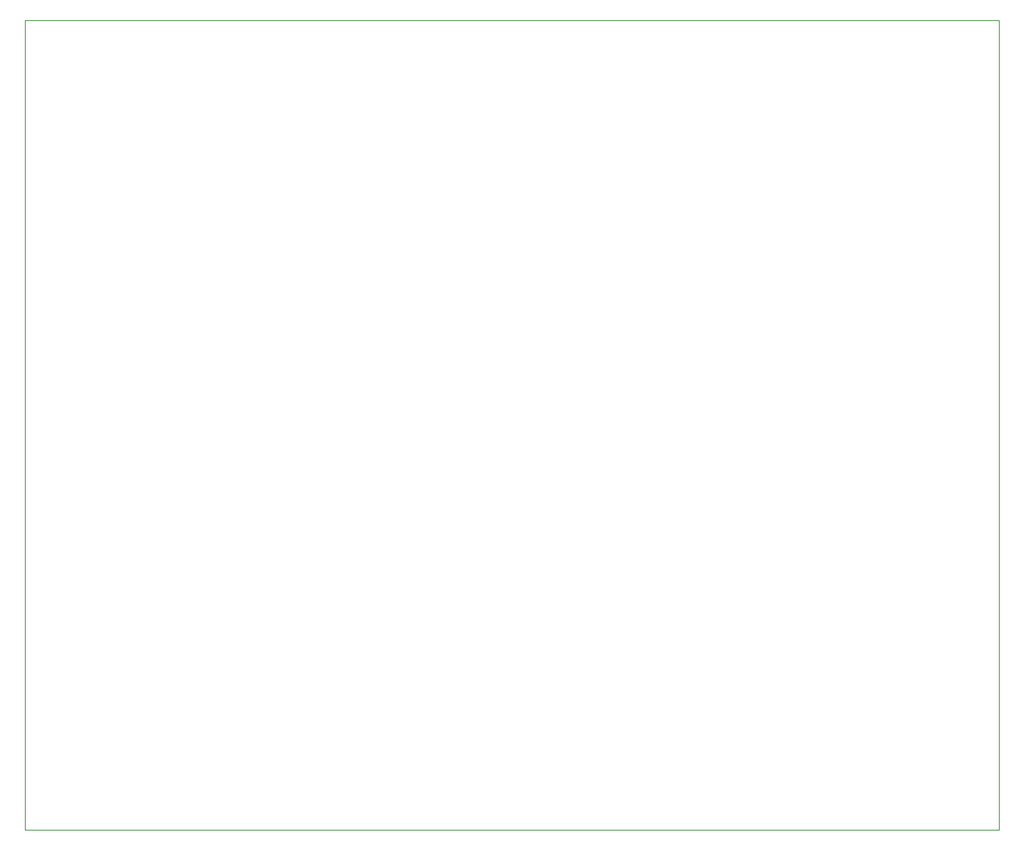
<source format=gbr>
%TF.GenerationSoftware,KiCad,Pcbnew,8.0.4-8.0.4-0~ubuntu22.04.1*%
%TF.CreationDate,2024-08-22T14:24:47+02:00*%
%TF.ProjectId,PCB_robot_controller,5043425f-726f-4626-9f74-5f636f6e7472,rev?*%
%TF.SameCoordinates,Original*%
%TF.FileFunction,Profile,NP*%
%FSLAX46Y46*%
G04 Gerber Fmt 4.6, Leading zero omitted, Abs format (unit mm)*
G04 Created by KiCad (PCBNEW 8.0.4-8.0.4-0~ubuntu22.04.1) date 2024-08-22 14:24:47*
%MOMM*%
%LPD*%
G01*
G04 APERTURE LIST*
%TA.AperFunction,Profile*%
%ADD10C,0.050000*%
%TD*%
G04 APERTURE END LIST*
D10*
X107170000Y-59050000D02*
X213170000Y-59050000D01*
X213170000Y-147050000D01*
X107170000Y-147050000D01*
X107170000Y-59050000D01*
M02*

</source>
